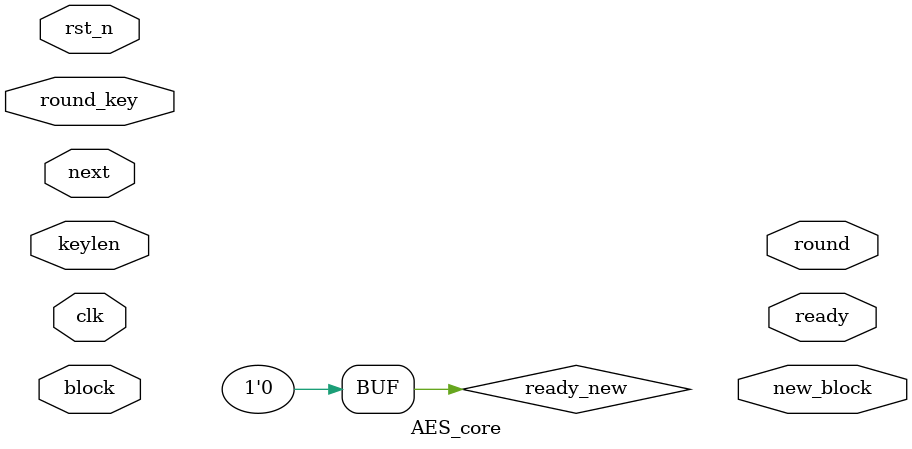
<source format=v>
`include "constant.v"
`timescale 1ns/1ps

module AES_core (
    input          clk      , // Clock
    input          rst_n    , // Asynchronous reset active low
    input          next     , // Use next to indicate the next request for encipher
    input          keylen   , // Use keylen to indicate AES128 or AES256, not yet implemented
    output         round    , // Use round to request the round key
    input  [127:0] round_key,
    input  [127:0] block    ,
    output [127:0] new_block,
    output         ready
);

    // ------------------------------------------------------
    // ---------------- basic four functions ----------------
    // ------------------------------------------------------

    function [7:0] mixColumn32;
        input [7:0] i1,i2,i3,i4;
        begin
            mixColumn32[7]=i1[6]^i2[6]^i2[7]^i3[7]^i4[7];
            mixColumn32[6]=i1[5]^i2[5]^i2[6]^i3[6]^i4[6];
            mixColumn32[5]=i1[4]^i2[4]^i2[5]^i3[5]^i4[5];
            mixColumn32[4]=i1[3]^i1[7]^i2[3]^i2[4]^i2[7]^i3[4]^i4[4];
            mixColumn32[3]=i1[2]^i1[7]^i2[2]^i2[3]^i2[7]^i3[3]^i4[3];
            mixColumn32[2]=i1[1]^i2[1]^i2[2]^i3[2]^i4[2];
            mixColumn32[1]=i1[0]^i1[7]^i2[0]^i2[1]^i2[7]^i3[1]^i4[1];
            mixColumn32[0]=i1[7]^i2[7]^i2[0]^i3[0]^i4[0];
        end
    endfunction


    function [127:0] mixColumn (input [127:0] block);
        begin
            mixColumn[127:120] = mixColumn32 (block[127:120],block[119:112],block[111:104],block[103:96]);
            mixColumn[119:112] = mixColumn32 (block[119:112],block[111:104],block[103:96],block[127:120]);
            mixColumn[111:104] = mixColumn32 (block[111:104],block[103:96],block[127:120],block[119:112]);
            mixColumn[103:96]  = mixColumn32 (block[103:96],block[127:120],block[119:112],block[111:104]);
            mixColumn[95:88]   = mixColumn32 (block[95:88],block[87:80],block[79:72],block[71:64]);
            mixColumn[87:80]   = mixColumn32 (block[87:80],block[79:72],block[71:64],block[95:88]);
            mixColumn[79:72]   = mixColumn32 (block[79:72],block[71:64],block[95:88],block[87:80]);
            mixColumn[71:64]   = mixColumn32 (block[71:64],block[95:88],block[87:80],block[79:72]);
            mixColumn[63:56]   = mixColumn32 (block[63:56],block[55:48],block[47:40],block[39:32]);
            mixColumn[55:48]   = mixColumn32 (block[55:48],block[47:40],block[39:32],block[63:56]);
            mixColumn[47:40]   = mixColumn32 (block[47:40],block[39:32],block[63:56],block[55:48]);
            mixColumn[39:32]   = mixColumn32 (block[39:32],block[63:56],block[55:48],block[47:40]);
            mixColumn[31:24]   = mixColumn32 (block[31:24],block[23:16],block[15:8],block[7:0]);
            mixColumn[23:16]   = mixColumn32 (block[23:16],block[15:8],block[7:0],block[31:24]);
            mixColumn[15:8]    = mixColumn32 (block[15:8],block[7:0],block[31:24],block[23:16]);
            mixColumn[7:0]     = mixColumn32 (block[7:0],block[31:24],block[23:16],block[15:8]);
        end
    endfunction


    function [127:0] shiftRow(input [127:0] block);
        reg [127:0] temp;
        begin
            temp[8*0+7:8*0] = block[8*4+7:8*4];
            temp[8*1+7:8*1] = block[8*9+7:8*9];
            temp[8*2+7:8*2] = block[8*14+7:8*14];
            temp[8*3+7:8*3] = block[8*3+7:8*3];

            temp[8*4+7:8*4] = block[8*8+7:8*8];
            temp[8*5+7:8*5] = block[8*13+7:8*13];
            temp[8*6+7:8*6] = block[8*2+7:8*2];
            temp[8*7+7:8*7] = block[8*7+7:8*7];

            temp[8*8+7:8*8] = block[8*12+7:8*12];
            temp[8*9+7:8*9] = block[8*1+7:8*1];
            temp[8*10+7:8*10] = block[8*6+7:8*6];
            temp[8*11+7:8*11] = block[8*11+7:8*11];

            temp[8*12+7:8*12] = block[8*0+7:8*0];
            temp[8*13+7:8*13] = block[8*5+7:8*5];
            temp[8*14+7:8*14] = block[8*10+7:8*10];
            temp[8*15+7:8*15] = block[8*15+7:8*15];

            shiftRow = temp;
        end
    endfunction


    function [127:0] subBytes (input [127:0] block);
        begin
            subBytes[8*0+7:8*0] = constant.sbox[block[8*0+7:8*0]];
            subBytes[8*1+7:8*1] = constant.sbox[block[8*1+7:8*1]];
            subBytes[8*2+7:8*2] = constant.sbox[block[8*2+7:8*2]];
            subBytes[8*3+7:8*3] = constant.sbox[block[8*3+7:8*3]];

            subBytes[8*4+7:8*4] = constant.sbox[block[8*4+7:8*4]];
            subBytes[8*5+7:8*5] = constant.sbox[block[8*5+7:8*5]];
            subBytes[8*6+7:8*6] = constant.sbox[block[8*6+7:8*6]];
            subBytes[8*7+7:8*7] = constant.sbox[block[8*7+7:8*7]];

            subBytes[8*8+7:8*8] = constant.sbox[block[8*8+7:8*8]];
            subBytes[8*9+7:8*9] = constant.sbox[block[8*9+7:8*9]];
            subBytes[8*10+7:8*10] = constant.sbox[block[8*10+7:8*10]];
            subBytes[8*11+7:8*11] = constant.sbox[block[8*11+7:8*11]];

            subBytes[8*12+7:8*12] = constant.sbox[block[8*12+7:8*12]];
            subBytes[8*13+7:8*13] = constant.sbox[block[8*13+7:8*13]];
            subBytes[8*14+7:8*14] = constant.sbox[block[8*14+7:8*14]];
            subBytes[8*15+7:8*15] = constant.sbox[block[8*15+7:8*15]];
        end
    endfunction


    function [127:0] add_round_key (input [127:0] block, input [127:0] key);
        begin
            add_round_key = block ^ key;
        end
    endfunction



    // ------------------------------------------------------
    // --------------------- reg update ---------------------
    // ------------------------------------------------------

    // flow:
    // 1. when reset, set ctrl_reg to 0
    // 2. when posedge clk, write reg_new into each reg
    // 3. these will trigger reg update and call the encipher_ctrl, etc.

    always @(posedge clk or negedge rst_n) begin : proc_ctrl_reg
        if(~rst_n) begin
            main_ctrl_reg  <= CTRL_IDLE;
            round_ctrl_reg <= 4'b0;
            ready_reg      <= 1'b0;
        end else begin
            main_ctrl_reg  <= main_ctrl_new;
            round_ctrl_reg <= round_ctrl_new;
            ready_reg      <= ready_new;
        end
    end


    // ------------------------------------------------------
    // ------------------ encipher control  -----------------
    // ------------------------------------------------------

    // flow:
    // 1. in the beginning, main_ctrl_reg should be IDLE
    // 2. goto case structure: IDLE
    //    if input "next" is true, start the encryption
    //    this will set the next state to INIT and reset the round controller to 0
    // 3. next clk goto case: INIT
    //    this will set update type to init and trigger round logic to do subByte, mixCol...
    //    also set round_inc to true so that the counter will start
    //    set next state to MAIN


    // define control state
    localparam CTRL_IDLE  = 3'h0;
    localparam CTRL_INIT  = 3'h1;
    localparam CTRL_MAIN  = 3'h2;
    localparam CTRL_FINAL = 3'h3;

    // the register to store state information
    reg [2:0] main_ctrl_reg;
    reg [2:0] main_ctrl_new;
    reg       ready_reg    ;
    reg       ready_new    ;


    always @* begin : encipher_ctrl

        // default assignments
        main_ctrl_new  = CTRL_IDLE;
        round_ctrl_rst = 1'b0;
        ready_new      = 1'b0;
        update_type    = NO_UPDATE;

        case (main_ctrl_reg)

            CTRL_IDLE : begin
                if (next) begin
                    main_ctrl_new  = CTRL_INIT;
                    round_ctrl_rst = 1'b1;
                end
            end

            CTRL_INIT : begin
                round_inc = 1'b1;
                update_type = INIT_UPDATE;
                    main_ctrl_new  = CTRL_MAIN;
            end

            CTRL_MAIN : begin
            end

            CTRL_FINAL : begin
            end

            default : begin end
        endcase // ctrl_reg
    end


    // ------------------------------------------------------
    // ------------------- round control --------------------
    // ------------------------------------------------------

    // reg to save round controller information
    reg [3:0] round_ctrl_reg;
    reg [3:0] round_ctrl_new;
    reg       round_ctrl_rst;
    reg       round_ctrl_inc;


    // ------------------------------------------------------
    // -------------------- round logic ---------------------
    // ------------------------------------------------------

    // define update type
    localparam NO_UPDATE    = 3'h0;
    localparam INIT_UPDATE  = 3'h1;
    localparam SBOX_UPDATE  = 3'h2;
    localparam MAIN_UPDATE  = 3'h3;
    localparam FINAL_UPDATE = 3'h4;

    // the register to indicate what kind of round (init, main and final)
    reg update_type;

    // always @*
    //     begin : round_logic
    //         // TODO
    //     end
endmodule
</source>
